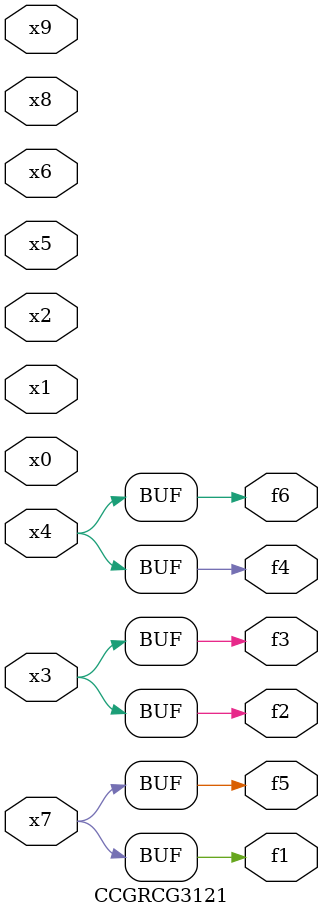
<source format=v>
module CCGRCG3121(
	input x0, x1, x2, x3, x4, x5, x6, x7, x8, x9,
	output f1, f2, f3, f4, f5, f6
);
	assign f1 = x7;
	assign f2 = x3;
	assign f3 = x3;
	assign f4 = x4;
	assign f5 = x7;
	assign f6 = x4;
endmodule

</source>
